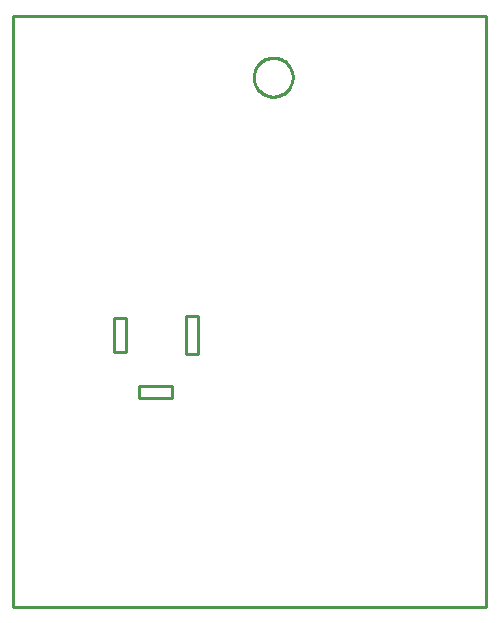
<source format=gbr>
G04 EAGLE Gerber RS-274X export*
G75*
%MOMM*%
%FSLAX34Y34*%
%LPD*%
%IN*%
%IPPOS*%
%AMOC8*
5,1,8,0,0,1.08239X$1,22.5*%
G01*
%ADD10C,0.254000*%


D10*
X0Y0D02*
X400000Y0D01*
X400000Y500000D01*
X0Y500000D01*
X0Y0D01*
X85000Y216000D02*
X95000Y216000D01*
X95000Y244000D01*
X85000Y244000D01*
X85000Y216000D01*
X146000Y213500D02*
X156000Y213500D01*
X156000Y246500D01*
X146000Y246500D01*
X146000Y213500D01*
X106000Y177000D02*
X134000Y177000D01*
X134000Y187000D01*
X106000Y187000D01*
X106000Y177000D01*
X236510Y447720D02*
X236439Y446641D01*
X236298Y445569D01*
X236087Y444509D01*
X235808Y443465D01*
X235460Y442441D01*
X235046Y441443D01*
X234568Y440473D01*
X234028Y439537D01*
X233427Y438638D01*
X232769Y437781D01*
X232057Y436968D01*
X231292Y436204D01*
X230479Y435491D01*
X229622Y434833D01*
X228723Y434232D01*
X227787Y433692D01*
X226817Y433214D01*
X225819Y432800D01*
X224795Y432452D01*
X223751Y432173D01*
X222691Y431962D01*
X221619Y431821D01*
X220540Y431750D01*
X219460Y431750D01*
X218381Y431821D01*
X217309Y431962D01*
X216249Y432173D01*
X215205Y432452D01*
X214181Y432800D01*
X213183Y433214D01*
X212213Y433692D01*
X211277Y434232D01*
X210378Y434833D01*
X209521Y435491D01*
X208708Y436204D01*
X207944Y436968D01*
X207231Y437781D01*
X206573Y438638D01*
X205972Y439537D01*
X205432Y440473D01*
X204954Y441443D01*
X204540Y442441D01*
X204192Y443465D01*
X203913Y444509D01*
X203702Y445569D01*
X203561Y446641D01*
X203490Y447720D01*
X203490Y448800D01*
X203561Y449879D01*
X203702Y450951D01*
X203913Y452011D01*
X204192Y453055D01*
X204540Y454079D01*
X204954Y455077D01*
X205432Y456047D01*
X205972Y456983D01*
X206573Y457882D01*
X207231Y458739D01*
X207944Y459552D01*
X208708Y460317D01*
X209521Y461029D01*
X210378Y461687D01*
X211277Y462288D01*
X212213Y462828D01*
X213183Y463306D01*
X214181Y463720D01*
X215205Y464068D01*
X216249Y464347D01*
X217309Y464558D01*
X218381Y464699D01*
X219460Y464770D01*
X220540Y464770D01*
X221619Y464699D01*
X222691Y464558D01*
X223751Y464347D01*
X224795Y464068D01*
X225819Y463720D01*
X226817Y463306D01*
X227787Y462828D01*
X228723Y462288D01*
X229622Y461687D01*
X230479Y461029D01*
X231292Y460317D01*
X232057Y459552D01*
X232769Y458739D01*
X233427Y457882D01*
X234028Y456983D01*
X234568Y456047D01*
X235046Y455077D01*
X235460Y454079D01*
X235808Y453055D01*
X236087Y452011D01*
X236298Y450951D01*
X236439Y449879D01*
X236510Y448800D01*
X236510Y447720D01*
M02*

</source>
